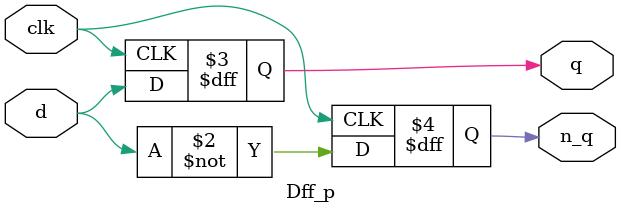
<source format=v>
`timescale 1ns / 1ps


module Dff_p(clk,d,q,n_q);
input clk,d;
output reg q,n_q;
always @(posedge clk)
begin
  q<=d;
  n_q<=~d;
end
endmodule

</source>
